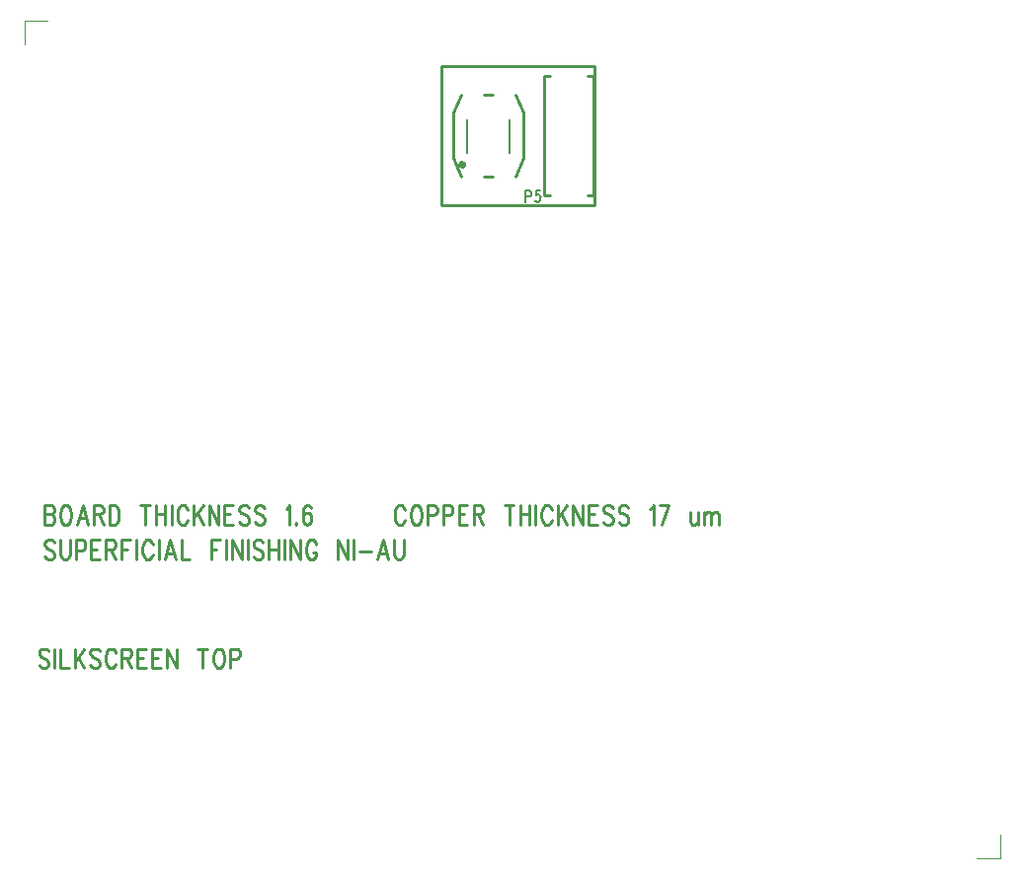
<source format=gbr>
*
*
G04 PADS Layout (Build Number 2007.42.1) generated Gerber (RS-274-X) file*
G04 PC Version=2.1*
*
%IN "TMSBASE-001.pcb"*%
*
%MOIN*%
*
%FSLAX35Y35*%
*
*
*
*
G04 PC Standard Apertures*
*
*
G04 Thermal Relief Aperture macro.*
%AMTER*
1,1,$1,0,0*
1,0,$1-$2,0,0*
21,0,$3,$4,0,0,45*
21,0,$3,$4,0,0,135*
%
*
*
G04 Annular Aperture macro.*
%AMANN*
1,1,$1,0,0*
1,0,$2,0,0*
%
*
*
G04 Odd Aperture macro.*
%AMODD*
1,1,$1,0,0*
1,0,$1-0.005,0,0*
%
*
*
G04 PC Custom Aperture Macros*
*
*
*
*
*
*
G04 PC Aperture Table*
*
%ADD010C,0.01*%
%ADD109C,0.00787*%
%ADD113C,0.01969*%
%ADD187C,0.00591*%
%ADD192C,0.00004*%
*
*
*
*
G04 PC Copper Outlines (0)*
G04 Layer Name TMSBASE-001.pcb - dark (0)*
%LPD*%
*
*
G04 PC Area=Custom_Thermal*
*
G04 PC Custom Flashes*
G04 Layer Name TMSBASE-001.pcb - flashes*
%LPD*%
*
*
G04 PC Circuitry*
G04 Layer Name TMSBASE-001.pcb - circuitry*
%LPD*%
*
G54D10*
G01X165667Y230132D02*
X168423Y236431D01*
Y251785*
X165667Y258085*
X147557D02*
X144801Y251785D01*
Y236431*
X147557Y230132*
X155037Y258085D02*
X158187D01*
X155037Y230132D02*
X158187D01*
X177478Y224030D02*
X175510D01*
Y264187*
X177478*
X190077Y224030D02*
X192045D01*
Y264187*
X190077*
X10081Y106505D02*
X9627Y107130D01*
X8945Y107442*
X8036*
X7354Y107130*
X6900Y106505*
Y105880*
X7127Y105255*
X7354Y104942*
X7809Y104630*
X9172Y104005*
X9627Y103692*
X9854Y103380*
X10081Y102755*
Y101817*
X9627Y101192*
X8945Y100880*
X8036*
X7354Y101192*
X6900Y101817*
X12127Y107442D02*
Y102755D01*
X12354Y101817*
X12809Y101192*
X13491Y100880*
X13945*
X14627Y101192*
X15081Y101817*
X15309Y102755*
Y107442*
X17354D02*
Y100880D01*
Y107442D02*
X19400D01*
X20081Y107130*
X20309Y106817*
X20536Y106192*
Y105255*
X20309Y104630*
X20081Y104317*
X19400Y104005*
X17354*
X22581Y107442D02*
Y100880D01*
Y107442D02*
X25536D01*
X22581Y104317D02*
X24400D01*
X22581Y100880D02*
X25536D01*
X27581Y107442D02*
Y100880D01*
Y107442D02*
X29627D01*
X30309Y107130*
X30536Y106817*
X30763Y106192*
Y105567*
X30536Y104942*
X30309Y104630*
X29627Y104317*
X27581*
X29172D02*
X30763Y100880D01*
X32809Y107442D02*
Y100880D01*
Y107442D02*
X35763D01*
X32809Y104317D02*
X34627D01*
X37809Y107442D02*
Y100880D01*
X43263Y105880D02*
X43036Y106505D01*
X42581Y107130*
X42127Y107442*
X41218*
X40763Y107130*
X40309Y106505*
X40081Y105880*
X39854Y104942*
Y103380*
X40081Y102442*
X40309Y101817*
X40763Y101192*
X41218Y100880*
X42127*
X42581Y101192*
X43036Y101817*
X43263Y102442*
X45309Y107442D02*
Y100880D01*
X49172Y107442D02*
X47354Y100880D01*
X49172Y107442D02*
X50991Y100880D01*
X48036Y103067D02*
X50309D01*
X53036Y107442D02*
Y100880D01*
X55763*
X63036Y107442D02*
Y100880D01*
Y107442D02*
X65991D01*
X63036Y104317D02*
X64854D01*
X68036Y107442D02*
Y100880D01*
X70081Y107442D02*
Y100880D01*
Y107442D02*
X73263Y100880D01*
Y107442D02*
Y100880D01*
X75309Y107442D02*
Y100880D01*
X80536Y106505D02*
X80081Y107130D01*
X79400Y107442*
X78491*
X77809Y107130*
X77354Y106505*
Y105880*
X77581Y105255*
X77809Y104942*
X78263Y104630*
X79627Y104005*
X80081Y103692*
X80309Y103380*
X80536Y102755*
Y101817*
X80081Y101192*
X79400Y100880*
X78491*
X77809Y101192*
X77354Y101817*
X82581Y107442D02*
Y100880D01*
X85763Y107442D02*
Y100880D01*
X82581Y104317D02*
X85763D01*
X87809Y107442D02*
Y100880D01*
X89854Y107442D02*
Y100880D01*
Y107442D02*
X93036Y100880D01*
Y107442D02*
Y100880D01*
X98491Y105880D02*
X98263Y106505D01*
X97809Y107130*
X97354Y107442*
X96445*
X95991Y107130*
X95536Y106505*
X95309Y105880*
X95081Y104942*
Y103380*
X95309Y102442*
X95536Y101817*
X95991Y101192*
X96445Y100880*
X97354*
X97809Y101192*
X98263Y101817*
X98491Y102442*
Y103380*
X97354D02*
X98491D01*
X105763Y107442D02*
Y100880D01*
Y107442D02*
X108945Y100880D01*
Y107442D02*
Y100880D01*
X110991Y107442D02*
Y100880D01*
X113036Y103692D02*
X117127D01*
X120991Y107442D02*
X119172Y100880D01*
X120991Y107442D02*
X122809Y100880D01*
X119854Y103067D02*
X122127D01*
X124854Y107442D02*
Y102755D01*
X125081Y101817*
X125536Y101192*
X126218Y100880*
X126672*
X127354Y101192*
X127809Y101817*
X128036Y102755*
Y107442*
X6900Y119253D02*
Y112691D01*
Y119253D02*
X8945D01*
X9627Y118941*
X9854Y118628*
X10081Y118003*
Y117378*
X9854Y116753*
X9627Y116441*
X8945Y116128*
X6900D02*
X8945D01*
X9627Y115816*
X9854Y115503*
X10081Y114878*
Y113941*
X9854Y113316*
X9627Y113003*
X8945Y112691*
X6900*
X13491Y119253D02*
X13036Y118941D01*
X12581Y118316*
X12354Y117691*
X12127Y116753*
Y115191*
X12354Y114253*
X12581Y113628*
X13036Y113003*
X13491Y112691*
X14400*
X14854Y113003*
X15309Y113628*
X15536Y114253*
X15763Y115191*
Y116753*
X15536Y117691*
X15309Y118316*
X14854Y118941*
X14400Y119253*
X13491*
X19627D02*
X17809Y112691D01*
X19627Y119253D02*
X21445Y112691D01*
X18491Y114878D02*
X20763D01*
X23491Y119253D02*
Y112691D01*
Y119253D02*
X25536D01*
X26218Y118941*
X26445Y118628*
X26672Y118003*
Y117378*
X26445Y116753*
X26218Y116441*
X25536Y116128*
X23491*
X25081D02*
X26672Y112691D01*
X28718Y119253D02*
Y112691D01*
Y119253D02*
X30309D01*
X30991Y118941*
X31445Y118316*
X31672Y117691*
X31900Y116753*
Y115191*
X31672Y114253*
X31445Y113628*
X30991Y113003*
X30309Y112691*
X28718*
X40763Y119253D02*
Y112691D01*
X39172Y119253D02*
X42354D01*
X44400D02*
Y112691D01*
X47581Y119253D02*
Y112691D01*
X44400Y116128D02*
X47581D01*
X49627Y119253D02*
Y112691D01*
X55081Y117691D02*
X54854Y118316D01*
X54400Y118941*
X53945Y119253*
X53036*
X52581Y118941*
X52127Y118316*
X51900Y117691*
X51672Y116753*
Y115191*
X51900Y114253*
X52127Y113628*
X52581Y113003*
X53036Y112691*
X53945*
X54400Y113003*
X54854Y113628*
X55081Y114253*
X57127Y119253D02*
Y112691D01*
X60309Y119253D02*
X57127Y114878D01*
X58263Y116441D02*
X60309Y112691D01*
X62354Y119253D02*
Y112691D01*
Y119253D02*
X65536Y112691D01*
Y119253D02*
Y112691D01*
X67581Y119253D02*
Y112691D01*
Y119253D02*
X70536D01*
X67581Y116128D02*
X69400D01*
X67581Y112691D02*
X70536D01*
X75763Y118316D02*
X75309Y118941D01*
X74627Y119253*
X73718*
X73036Y118941*
X72581Y118316*
Y117691*
X72809Y117066*
X73036Y116753*
X73491Y116441*
X74854Y115816*
X75309Y115503*
X75536Y115191*
X75763Y114566*
Y113628*
X75309Y113003*
X74627Y112691*
X73718*
X73036Y113003*
X72581Y113628*
X80991Y118316D02*
X80536Y118941D01*
X79854Y119253*
X78945*
X78263Y118941*
X77809Y118316*
Y117691*
X78036Y117066*
X78263Y116753*
X78718Y116441*
X80081Y115816*
X80536Y115503*
X80763Y115191*
X80991Y114566*
Y113628*
X80536Y113003*
X79854Y112691*
X78945*
X78263Y113003*
X77809Y113628*
X88263Y118003D02*
X88718Y118316D01*
X89400Y119253*
Y112691*
X91672Y113316D02*
X91445Y113003D01*
X91672Y112691*
X91900Y113003*
X91672Y113316*
X96672Y118316D02*
X96445Y118941D01*
X95763Y119253*
X95309*
X94627Y118941*
X94172Y118003*
X93945Y116441*
Y114878*
X94172Y113628*
X94627Y113003*
X95309Y112691*
X95536*
X96218Y113003*
X96672Y113628*
X96900Y114566*
Y114878*
X96672Y115816*
X96218Y116441*
X95536Y116753*
X95309*
X94627Y116441*
X94172Y115816*
X93945Y114878*
X128419Y117691D02*
X128192Y118316D01*
X127737Y118941*
X127283Y119253*
X126373*
X125919Y118941*
X125464Y118316*
X125237Y117691*
X125010Y116753*
Y115191*
X125237Y114253*
X125464Y113628*
X125919Y113003*
X126373Y112691*
X127283*
X127737Y113003*
X128192Y113628*
X128419Y114253*
X131828Y119253D02*
X131373Y118941D01*
X130919Y118316*
X130692Y117691*
X130464Y116753*
Y115191*
X130692Y114253*
X130919Y113628*
X131373Y113003*
X131828Y112691*
X132737*
X133192Y113003*
X133646Y113628*
X133873Y114253*
X134101Y115191*
Y116753*
X133873Y117691*
X133646Y118316*
X133192Y118941*
X132737Y119253*
X131828*
X136146D02*
Y112691D01*
Y119253D02*
X138192D01*
X138873Y118941*
X139101Y118628*
X139328Y118003*
Y117066*
X139101Y116441*
X138873Y116128*
X138192Y115816*
X136146*
X141373Y119253D02*
Y112691D01*
Y119253D02*
X143419D01*
X144101Y118941*
X144328Y118628*
X144555Y118003*
Y117066*
X144328Y116441*
X144101Y116128*
X143419Y115816*
X141373*
X146601Y119253D02*
Y112691D01*
Y119253D02*
X149555D01*
X146601Y116128D02*
X148419D01*
X146601Y112691D02*
X149555D01*
X151601Y119253D02*
Y112691D01*
Y119253D02*
X153646D01*
X154328Y118941*
X154555Y118628*
X154783Y118003*
Y117378*
X154555Y116753*
X154328Y116441*
X153646Y116128*
X151601*
X153192D02*
X154783Y112691D01*
X163646Y119253D02*
Y112691D01*
X162055Y119253D02*
X165237D01*
X167283D02*
Y112691D01*
X170464Y119253D02*
Y112691D01*
X167283Y116128D02*
X170464D01*
X172510Y119253D02*
Y112691D01*
X177964Y117691D02*
X177737Y118316D01*
X177283Y118941*
X176828Y119253*
X175919*
X175464Y118941*
X175010Y118316*
X174783Y117691*
X174555Y116753*
Y115191*
X174783Y114253*
X175010Y113628*
X175464Y113003*
X175919Y112691*
X176828*
X177283Y113003*
X177737Y113628*
X177964Y114253*
X180010Y119253D02*
Y112691D01*
X183192Y119253D02*
X180010Y114878D01*
X181146Y116441D02*
X183192Y112691D01*
X185237Y119253D02*
Y112691D01*
Y119253D02*
X188419Y112691D01*
Y119253D02*
Y112691D01*
X190464Y119253D02*
Y112691D01*
Y119253D02*
X193419D01*
X190464Y116128D02*
X192283D01*
X190464Y112691D02*
X193419D01*
X198646Y118316D02*
X198192Y118941D01*
X197510Y119253*
X196601*
X195919Y118941*
X195464Y118316*
Y117691*
X195692Y117066*
X195919Y116753*
X196373Y116441*
X197737Y115816*
X198192Y115503*
X198419Y115191*
X198646Y114566*
Y113628*
X198192Y113003*
X197510Y112691*
X196601*
X195919Y113003*
X195464Y113628*
X203873Y118316D02*
X203419Y118941D01*
X202737Y119253*
X201828*
X201146Y118941*
X200692Y118316*
Y117691*
X200919Y117066*
X201146Y116753*
X201601Y116441*
X202964Y115816*
X203419Y115503*
X203646Y115191*
X203873Y114566*
Y113628*
X203419Y113003*
X202737Y112691*
X201828*
X201146Y113003*
X200692Y113628*
X211146Y118003D02*
X211601Y118316D01*
X212283Y119253*
Y112691*
X217510Y119253D02*
X215237Y112691D01*
X214328Y119253D02*
X217510D01*
X224783Y117066D02*
Y113941D01*
X225010Y113003*
X225464Y112691*
X226146*
X226601Y113003*
X227283Y113941*
Y117066D02*
Y112691D01*
X229328Y117066D02*
Y112691D01*
Y115816D02*
X230010Y116753D01*
X230464Y117066*
X231146*
X231601Y116753*
X231828Y115816*
Y112691*
Y115816D02*
X232510Y116753D01*
X232964Y117066*
X233646*
X234101Y116753*
X234328Y115816*
Y112691*
X8137Y69820D02*
X7682Y70445D01*
X7000Y70757*
X6091*
X5409Y70445*
X4955Y69820*
Y69195*
X5182Y68570*
X5409Y68257*
X5864Y67945*
X7227Y67320*
X7682Y67007*
X7909Y66695*
X8137Y66070*
Y65132*
X7682Y64507*
X7000Y64195*
X6091*
X5409Y64507*
X4955Y65132*
X10182Y70757D02*
Y64195D01*
X12227Y70757D02*
Y64195D01*
X14955*
X17000Y70757D02*
Y64195D01*
X20182Y70757D02*
X17000Y66382D01*
X18137Y67945D02*
X20182Y64195D01*
X25409Y69820D02*
X24955Y70445D01*
X24273Y70757*
X23364*
X22682Y70445*
X22227Y69820*
Y69195*
X22455Y68570*
X22682Y68257*
X23137Y67945*
X24500Y67320*
X24955Y67007*
X25182Y66695*
X25409Y66070*
Y65132*
X24955Y64507*
X24273Y64195*
X23364*
X22682Y64507*
X22227Y65132*
X30864Y69195D02*
X30637Y69820D01*
X30182Y70445*
X29727Y70757*
X28818*
X28364Y70445*
X27909Y69820*
X27682Y69195*
X27455Y68257*
Y66695*
X27682Y65757*
X27909Y65132*
X28364Y64507*
X28818Y64195*
X29727*
X30182Y64507*
X30637Y65132*
X30864Y65757*
X32909Y70757D02*
Y64195D01*
Y70757D02*
X34955D01*
X35637Y70445*
X35864Y70132*
X36091Y69507*
Y68882*
X35864Y68257*
X35637Y67945*
X34955Y67632*
X32909*
X34500D02*
X36091Y64195D01*
X38137Y70757D02*
Y64195D01*
Y70757D02*
X41091D01*
X38137Y67632D02*
X39955D01*
X38137Y64195D02*
X41091D01*
X43137Y70757D02*
Y64195D01*
Y70757D02*
X46091D01*
X43137Y67632D02*
X44955D01*
X43137Y64195D02*
X46091D01*
X48137Y70757D02*
Y64195D01*
Y70757D02*
X51318Y64195D01*
Y70757D02*
Y64195D01*
X60182Y70757D02*
Y64195D01*
X58591Y70757D02*
X61773D01*
X65182D02*
X64727Y70445D01*
X64273Y69820*
X64046Y69195*
X63818Y68257*
Y66695*
X64046Y65757*
X64273Y65132*
X64727Y64507*
X65182Y64195*
X66091*
X66546Y64507*
X67000Y65132*
X67227Y65757*
X67455Y66695*
Y68257*
X67227Y69195*
X67000Y69820*
X66546Y70445*
X66091Y70757*
X65182*
X69500D02*
Y64195D01*
Y70757D02*
X71546D01*
X72227Y70445*
X72455Y70132*
X72682Y69507*
Y68570*
X72455Y67945*
X72227Y67632*
X71546Y67320*
X69500*
X192439Y220486D02*
Y267730D01*
X140864*
Y220486*
X192439*
G54D109*
X149329Y238203D02*
Y249620D01*
X163896D02*
Y238203D01*
G54D113*
X148311Y234266D02*
G75*
G03X148311I-557J0D01*
G54D187*
G01X169242Y225559D02*
Y221683D01*
Y225559D02*
X170450D01*
X170853Y225374*
X170987Y225189*
X171121Y224820*
Y224267*
X170987Y223898*
X170853Y223713*
X170450Y223529*
X169242*
X174074Y225559D02*
X172732D01*
X172598Y223898*
X172732Y224082*
X173134Y224267*
X173537*
X173940Y224082*
X174208Y223713*
X174342Y223159*
X174208Y222790*
X174074Y222237*
X173805Y221868*
X173403Y221683*
X173000*
X172598Y221868*
X172463Y222052*
X172329Y222421*
G54D192*
X2Y274955D02*
Y282829D01*
X7876*
X321537Y2D02*
X329411D01*
Y7876*
G74*
X0Y0D02*
M02*

</source>
